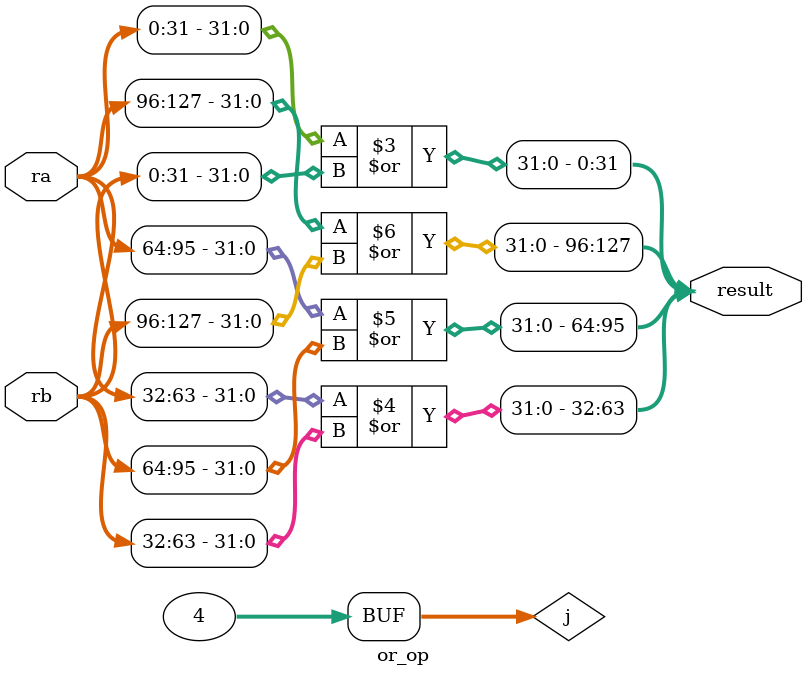
<source format=v>
module or_op(
  input [0:127] ra,
  input [0:127] rb,

  output [0:127] result
);
integer j;
always @(*) begin
  for (j = 0; j < 4; j = j + 1) begin
    result[j*32 +: 32] = ra[j*32 +: 32] | rb[j*32 +: 32];
  end
end

endmodule
</source>
